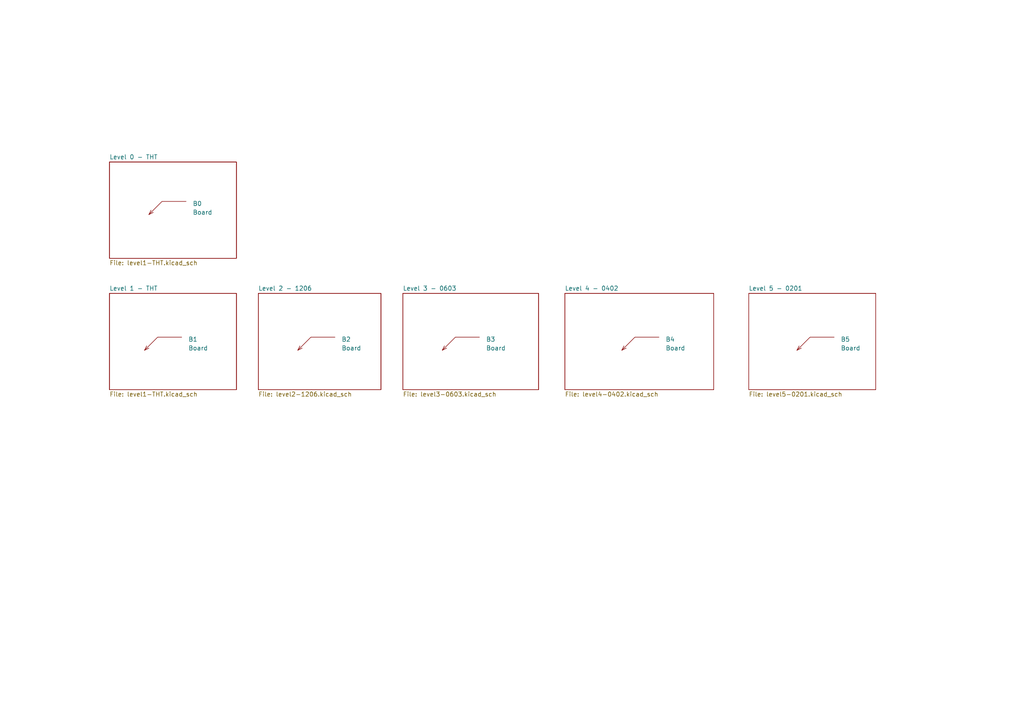
<source format=kicad_sch>
(kicad_sch (version 20211123) (generator eeschema)
  (paper "A4")
  (lib_symbols
    (symbol "kikit:Board" (in_bom no)
      (property "Reference" "B" (at 5.08 5.08 0))
      (property "Value" "Board" (at 5.08 2.54 0))
      (symbol "Board_0_1"
        (polyline (pts (xy 0 0) (xy 3.81 3.81) (xy 10.795 3.81)) (stroke (width 0.1524)))
        (polyline (pts (xy 0.635 1.27) (xy 0 0) (xy 1.27 0.635)) (stroke (width 0.1524)))
      )
    )
  )
  (symbol (lib_id "kikit:Board") (at 231.14 101.6 0) (unit 1) (in_bom no)
    (property "Reference" "B5" (at 243.84 98.4249 0) (effects (justify left)))
    (property "Value" "Board" (at 243.84 100.9649 0) (effects (justify left)))
    (property "Footprint" "kikit:Board" (effects hide))
  )
  (symbol (lib_id "kikit:Board") (at 43.18 62.23 0) (unit 1) (in_bom no)
    (property "Reference" "B0" (at 55.88 59.0549 0) (effects (justify left)))
    (property "Value" "Board" (at 55.88 61.5949 0) (effects (justify left)))
    (property "Footprint" "kikit:Board" (effects hide))
  )
  (symbol (lib_id "kikit:Board") (at 180.34 101.6 0) (unit 1) (in_bom no)
    (property "Reference" "B4" (at 193.04 98.4249 0) (effects (justify left)))
    (property "Value" "Board" (at 193.04 100.9649 0) (effects (justify left)))
    (property "Footprint" "kikit:Board" (effects hide))
  )
  (symbol (lib_id "kikit:Board") (at 86.36 101.6 0) (unit 1) (in_bom no)
    (property "Reference" "B2" (at 99.06 98.4249 0) (effects (justify left)))
    (property "Value" "Board" (at 99.06 100.9649 0) (effects (justify left)))
    (property "Footprint" "kikit:Board" (effects hide))
  )
  (symbol (lib_id "kikit:Board") (at 41.91 101.6 0) (unit 1) (in_bom no)
    (property "Reference" "B1" (at 54.61 98.4249 0) (effects (justify left)))
    (property "Value" "Board" (at 54.61 100.9649 0) (effects (justify left)))
    (property "Footprint" "kikit:Board" (effects hide))
  )
  (symbol (lib_id "kikit:Board") (at 128.27 101.6 0) (unit 1) (in_bom no)
    (property "Reference" "B3" (at 140.97 98.4249 0) (effects (justify left)))
    (property "Value" "Board" (at 140.97 100.9649 0) (effects (justify left)))
    (property "Footprint" "kikit:Board" (effects hide))
  )
  (sheet (at 31.75 85.09) (size 36.83 27.94)
    (property "Sheet name" "Level 1 - THT" (at 31.75 84.3784 0) (effects (justify left bottom)))
    (property "Sheet file" "level1-THT.kicad_sch" (at 31.75 113.6146 0) (effects (justify left top)))
  )
  (sheet (at 74.93 85.09) (size 35.56 27.94)
    (property "Sheet name" "Level 2 - 1206" (at 74.93 84.3784 0) (effects (justify left bottom)))
    (property "Sheet file" "level2-1206.kicad_sch" (at 74.93 113.6146 0) (effects (justify left top)))
  )
  (sheet (at 116.84 85.09) (size 39.37 27.94)
    (property "Sheet name" "Level 3 - 0603" (at 116.84 84.3784 0) (effects (justify left bottom)))
    (property "Sheet file" "level3-0603.kicad_sch" (at 116.84 113.6146 0) (effects (justify left top)))
  )
  (sheet (at 163.83 85.09) (size 43.18 27.94)
    (property "Sheet name" "Level 4 - 0402" (at 163.83 84.3784 0) (effects (justify left bottom)))
    (property "Sheet file" "level4-0402.kicad_sch" (at 163.83 113.6146 0) (effects (justify left top)))
  )
  (sheet (at 217.17 85.09) (size 36.83 27.94)
    (property "Sheet name" "Level 5 - 0201" (at 217.17 84.3784 0) (effects (justify left bottom)))
    (property "Sheet file" "level5-0201.kicad_sch" (at 217.17 113.6146 0) (effects (justify left top)))
  )
  (sheet (at 31.75 46.99) (size 36.83 27.94)
    (property "Sheet name" "Level 0 - THT" (at 31.75 46.2784 0) (effects (justify left bottom)))
    (property "Sheet file" "level1-THT.kicad_sch" (at 31.75 75.5146 0) (effects (justify left top)))
  )
)
</source>
